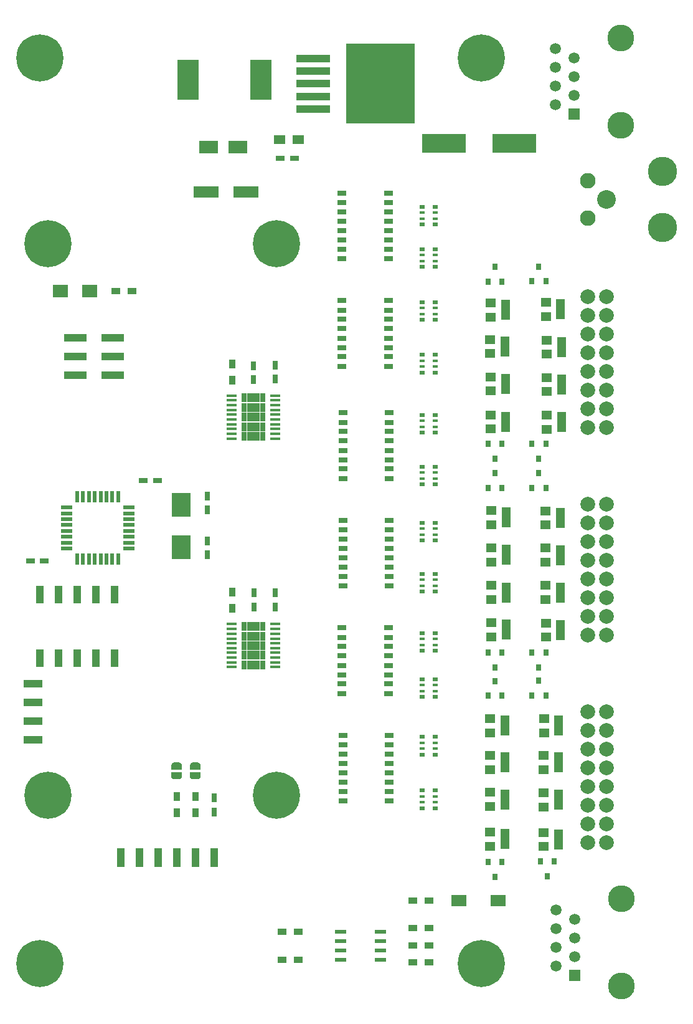
<source format=gbr>
G04 #@! TF.GenerationSoftware,KiCad,Pcbnew,(5.1.8)-1*
G04 #@! TF.CreationDate,2022-01-31T17:06:36-05:00*
G04 #@! TF.ProjectId,ElectromagnetController_V3,456c6563-7472-46f6-9d61-676e6574436f,rev?*
G04 #@! TF.SameCoordinates,Original*
G04 #@! TF.FileFunction,Soldermask,Top*
G04 #@! TF.FilePolarity,Negative*
%FSLAX46Y46*%
G04 Gerber Fmt 4.6, Leading zero omitted, Abs format (unit mm)*
G04 Created by KiCad (PCBNEW (5.1.8)-1) date 2022-01-31 17:06:36*
%MOMM*%
%LPD*%
G01*
G04 APERTURE LIST*
%ADD10R,2.500000X1.800000*%
%ADD11R,1.400000X1.200000*%
%ADD12R,1.300000X2.800000*%
%ADD13R,6.000000X2.500000*%
%ADD14R,4.600000X1.100000*%
%ADD15R,9.400000X10.800000*%
%ADD16R,2.900000X5.400000*%
%ADD17R,1.200000X0.750000*%
%ADD18R,3.500000X1.600000*%
%ADD19R,0.800000X0.900000*%
%ADD20C,2.000000*%
%ADD21R,0.800000X0.500000*%
%ADD22R,0.800000X0.400000*%
%ADD23R,1.300000X0.800000*%
%ADD24C,3.650000*%
%ADD25R,1.500000X1.500000*%
%ADD26C,1.500000*%
%ADD27R,1.000000X2.500000*%
%ADD28R,0.900000X1.200000*%
%ADD29C,0.100000*%
%ADD30R,2.500000X1.000000*%
%ADD31R,0.750000X1.200000*%
%ADD32R,3.150000X1.000000*%
%ADD33R,1.120000X2.440000*%
%ADD34R,1.200000X0.900000*%
%ADD35R,2.000000X1.700000*%
%ADD36R,1.600000X0.550000*%
%ADD37R,0.550000X1.600000*%
%ADD38R,1.500000X1.250000*%
%ADD39C,6.400000*%
%ADD40C,2.108200*%
%ADD41C,3.987800*%
%ADD42C,2.540000*%
%ADD43R,0.800000X1.300000*%
%ADD44R,1.800000X1.300000*%
%ADD45R,1.450000X0.450000*%
%ADD46R,2.000000X1.600000*%
%ADD47R,2.500000X3.325000*%
%ADD48R,1.550000X0.600000*%
%ADD49C,0.800000*%
G04 APERTURE END LIST*
D10*
G04 #@! TO.C,D2*
X91916000Y-42164000D03*
X87916000Y-42164000D03*
G04 #@! TD*
D11*
G04 #@! TO.C,Q24*
X133493000Y-135237000D03*
X133493000Y-137137000D03*
D12*
X135493000Y-136187000D03*
G04 #@! TD*
D11*
G04 #@! TO.C,Q23*
X126224000Y-135194000D03*
X126224000Y-137094000D03*
D12*
X128224000Y-136144000D03*
G04 #@! TD*
D11*
G04 #@! TO.C,Q22*
X133493000Y-129860000D03*
X133493000Y-131760000D03*
D12*
X135493000Y-130810000D03*
G04 #@! TD*
D11*
G04 #@! TO.C,Q21*
X133493000Y-124780000D03*
X133493000Y-126680000D03*
D12*
X135493000Y-125730000D03*
G04 #@! TD*
D11*
G04 #@! TO.C,Q20*
X126224000Y-124780000D03*
X126224000Y-126680000D03*
D12*
X128224000Y-125730000D03*
G04 #@! TD*
D11*
G04 #@! TO.C,Q19*
X133523000Y-119784000D03*
X133523000Y-121684000D03*
D12*
X135523000Y-120734000D03*
G04 #@! TD*
D11*
G04 #@! TO.C,Q18*
X126224000Y-119784000D03*
X126224000Y-121684000D03*
D12*
X128224000Y-120734000D03*
G04 #@! TD*
D11*
G04 #@! TO.C,Q17*
X126224000Y-129796500D03*
X126224000Y-131696500D03*
D12*
X128224000Y-130746500D03*
G04 #@! TD*
D11*
G04 #@! TO.C,Q16*
X133777000Y-106789000D03*
X133777000Y-108689000D03*
D12*
X135777000Y-107739000D03*
G04 #@! TD*
D11*
G04 #@! TO.C,Q15*
X126351000Y-106746000D03*
X126351000Y-108646000D03*
D12*
X128351000Y-107696000D03*
G04 #@! TD*
D11*
G04 #@! TO.C,Q14*
X133713500Y-101686500D03*
X133713500Y-103586500D03*
D12*
X135713500Y-102636500D03*
G04 #@! TD*
D11*
G04 #@! TO.C,Q13*
X126347500Y-101686500D03*
X126347500Y-103586500D03*
D12*
X128347500Y-102636500D03*
G04 #@! TD*
D11*
G04 #@! TO.C,Q12*
X133713500Y-96606500D03*
X133713500Y-98506500D03*
D12*
X135713500Y-97556500D03*
G04 #@! TD*
D11*
G04 #@! TO.C,Q11*
X126347500Y-96586000D03*
X126347500Y-98486000D03*
D12*
X128347500Y-97536000D03*
G04 #@! TD*
D11*
G04 #@! TO.C,Q10*
X133713500Y-91569500D03*
X133713500Y-93469500D03*
D12*
X135713500Y-92519500D03*
G04 #@! TD*
D11*
G04 #@! TO.C,Q9*
X126351000Y-91506000D03*
X126351000Y-93406000D03*
D12*
X128351000Y-92456000D03*
G04 #@! TD*
D11*
G04 #@! TO.C,Q8*
X133904000Y-78552000D03*
X133904000Y-80452000D03*
D12*
X135904000Y-79502000D03*
G04 #@! TD*
D11*
G04 #@! TO.C,Q7*
X126284000Y-78509000D03*
X126284000Y-80409000D03*
D12*
X128284000Y-79459000D03*
G04 #@! TD*
D11*
G04 #@! TO.C,Q6*
X133904000Y-73429000D03*
X133904000Y-75329000D03*
D12*
X135904000Y-74379000D03*
G04 #@! TD*
D11*
G04 #@! TO.C,Q5*
X126284000Y-73345000D03*
X126284000Y-75245000D03*
D12*
X128284000Y-74295000D03*
G04 #@! TD*
D11*
G04 #@! TO.C,Q4*
X133904000Y-68349000D03*
X133904000Y-70249000D03*
D12*
X135904000Y-69299000D03*
G04 #@! TD*
D11*
G04 #@! TO.C,Q3*
X126224000Y-68265000D03*
X126224000Y-70165000D03*
D12*
X128224000Y-69215000D03*
G04 #@! TD*
D11*
G04 #@! TO.C,Q2*
X133777000Y-63228000D03*
X133777000Y-65128000D03*
D12*
X135777000Y-64178000D03*
G04 #@! TD*
D11*
G04 #@! TO.C,Q1*
X126270000Y-63312000D03*
X126270000Y-65212000D03*
D12*
X128270000Y-64262000D03*
G04 #@! TD*
D13*
G04 #@! TO.C,C6*
X129514000Y-41656000D03*
X119914000Y-41656000D03*
G04 #@! TD*
D14*
G04 #@! TO.C,U8*
X102102000Y-30128000D03*
X102102000Y-31828000D03*
X102102000Y-33528000D03*
X102102000Y-35228000D03*
X102102000Y-36928000D03*
D15*
X111252000Y-33528000D03*
G04 #@! TD*
D16*
G04 #@! TO.C,L1*
X94996000Y-33020000D03*
X85096000Y-33020000D03*
G04 #@! TD*
D17*
G04 #@! TO.C,C8*
X97668000Y-43688000D03*
X99568000Y-43688000D03*
G04 #@! TD*
D18*
G04 #@! TO.C,C7*
X87564000Y-48260000D03*
X92964000Y-48260000D03*
G04 #@! TD*
D19*
G04 #@! TO.C,D14*
X131876800Y-88417400D03*
X133776800Y-88417400D03*
X132826800Y-86417400D03*
G04 #@! TD*
G04 #@! TO.C,D13*
X125897600Y-88442800D03*
X127797600Y-88442800D03*
X126847600Y-86442800D03*
G04 #@! TD*
G04 #@! TO.C,D12*
X125897600Y-116646200D03*
X127797600Y-116646200D03*
X126847600Y-114646200D03*
G04 #@! TD*
G04 #@! TO.C,D11*
X131876800Y-116630200D03*
X133776800Y-116630200D03*
X132826800Y-114630200D03*
G04 #@! TD*
G04 #@! TO.C,D10*
X134945200Y-139192000D03*
X133045200Y-139192000D03*
X133995200Y-141192000D03*
G04 #@! TD*
G04 #@! TO.C,D9*
X127797600Y-139242800D03*
X125897600Y-139242800D03*
X126847600Y-141242800D03*
G04 #@! TD*
G04 #@! TO.C,D8*
X127797600Y-110820200D03*
X125897600Y-110820200D03*
X126847600Y-112820200D03*
G04 #@! TD*
G04 #@! TO.C,D7*
X133776800Y-110794800D03*
X131876800Y-110794800D03*
X132826800Y-112794800D03*
G04 #@! TD*
G04 #@! TO.C,D6*
X127797600Y-82448400D03*
X125897600Y-82448400D03*
X126847600Y-84448400D03*
G04 #@! TD*
G04 #@! TO.C,D5*
X133776800Y-82448400D03*
X131876800Y-82448400D03*
X132826800Y-84448400D03*
G04 #@! TD*
G04 #@! TO.C,D4*
X131876800Y-60350400D03*
X133776800Y-60350400D03*
X132826800Y-58350400D03*
G04 #@! TD*
G04 #@! TO.C,D3*
X125923000Y-60410600D03*
X127823000Y-60410600D03*
X126873000Y-58410600D03*
G04 #@! TD*
D17*
G04 #@! TO.C,C15*
X80949800Y-87452200D03*
X79049800Y-87452200D03*
G04 #@! TD*
G04 #@! TO.C,C14*
X63682800Y-98374200D03*
X65582800Y-98374200D03*
G04 #@! TD*
D20*
G04 #@! TO.C,J9*
X141986000Y-136652000D03*
X139446000Y-136652000D03*
X141986000Y-134112000D03*
X139446000Y-134112000D03*
X141986000Y-131572000D03*
X139446000Y-131572000D03*
X141986000Y-129032000D03*
X139446000Y-129032000D03*
X141986000Y-126492000D03*
X139446000Y-126492000D03*
X141986000Y-123952000D03*
X139446000Y-123952000D03*
X141986000Y-121412000D03*
X139446000Y-121412000D03*
X141986000Y-118872000D03*
X139446000Y-118872000D03*
G04 #@! TD*
G04 #@! TO.C,J8*
X141986000Y-108458000D03*
X139446000Y-108458000D03*
X141986000Y-105918000D03*
X139446000Y-105918000D03*
X141986000Y-103378000D03*
X139446000Y-103378000D03*
X141986000Y-100838000D03*
X139446000Y-100838000D03*
X141986000Y-98298000D03*
X139446000Y-98298000D03*
X141986000Y-95758000D03*
X139446000Y-95758000D03*
X141986000Y-93218000D03*
X139446000Y-93218000D03*
X141986000Y-90678000D03*
X139446000Y-90678000D03*
G04 #@! TD*
G04 #@! TO.C,J1*
X141986000Y-80200500D03*
X139446000Y-80200500D03*
X141986000Y-77660500D03*
X139446000Y-77660500D03*
X141986000Y-75120500D03*
X139446000Y-75120500D03*
X141986000Y-72580500D03*
X139446000Y-72580500D03*
X141986000Y-70040500D03*
X139446000Y-70040500D03*
X141986000Y-67500500D03*
X139446000Y-67500500D03*
X141986000Y-64960500D03*
X139446000Y-64960500D03*
X141986000Y-62420500D03*
X139446000Y-62420500D03*
G04 #@! TD*
D21*
G04 #@! TO.C,RN11*
X116967000Y-122244000D03*
D22*
X116967000Y-123844000D03*
X116967000Y-123044000D03*
D21*
X116967000Y-124644000D03*
D22*
X118767000Y-123044000D03*
D21*
X118767000Y-122244000D03*
D22*
X118767000Y-123844000D03*
D21*
X118767000Y-124644000D03*
G04 #@! TD*
G04 #@! TO.C,RN12*
X116967000Y-129540000D03*
D22*
X116967000Y-131140000D03*
X116967000Y-130340000D03*
D21*
X116967000Y-131940000D03*
D22*
X118767000Y-130340000D03*
D21*
X118767000Y-129540000D03*
D22*
X118767000Y-131140000D03*
D21*
X118767000Y-131940000D03*
G04 #@! TD*
D23*
G04 #@! TO.C,U11*
X106197000Y-122042000D03*
X106197000Y-123322000D03*
X106197000Y-124582000D03*
X106197000Y-125852000D03*
X106197000Y-127132000D03*
X106197000Y-128402000D03*
X106197000Y-129662000D03*
X106197000Y-130942000D03*
X112497000Y-130942000D03*
X112497000Y-129662000D03*
X112497000Y-128402000D03*
X112497000Y-127132000D03*
X112497000Y-125852000D03*
X112497000Y-124582000D03*
X112497000Y-123322000D03*
X112497000Y-122042000D03*
G04 #@! TD*
G04 #@! TO.C,U9*
X106070000Y-107437000D03*
X106070000Y-108717000D03*
X106070000Y-109977000D03*
X106070000Y-111247000D03*
X106070000Y-112527000D03*
X106070000Y-113797000D03*
X106070000Y-115057000D03*
X106070000Y-116337000D03*
X112370000Y-116337000D03*
X112370000Y-115057000D03*
X112370000Y-113797000D03*
X112370000Y-112527000D03*
X112370000Y-111247000D03*
X112370000Y-109977000D03*
X112370000Y-108717000D03*
X112370000Y-107437000D03*
G04 #@! TD*
G04 #@! TO.C,U7*
X106070000Y-48382000D03*
X106070000Y-49662000D03*
X106070000Y-50922000D03*
X106070000Y-52192000D03*
X106070000Y-53472000D03*
X106070000Y-54742000D03*
X106070000Y-56002000D03*
X106070000Y-57282000D03*
X112370000Y-57282000D03*
X112370000Y-56002000D03*
X112370000Y-54742000D03*
X112370000Y-53472000D03*
X112370000Y-52192000D03*
X112370000Y-50922000D03*
X112370000Y-49662000D03*
X112370000Y-48382000D03*
G04 #@! TD*
G04 #@! TO.C,U5*
X106197000Y-92832000D03*
X106197000Y-94112000D03*
X106197000Y-95372000D03*
X106197000Y-96642000D03*
X106197000Y-97922000D03*
X106197000Y-99192000D03*
X106197000Y-100452000D03*
X106197000Y-101732000D03*
X112497000Y-101732000D03*
X112497000Y-100452000D03*
X112497000Y-99192000D03*
X112497000Y-97922000D03*
X112497000Y-96642000D03*
X112497000Y-95372000D03*
X112497000Y-94112000D03*
X112497000Y-92832000D03*
G04 #@! TD*
G04 #@! TO.C,U4*
X106197000Y-78227000D03*
X106197000Y-79507000D03*
X106197000Y-80767000D03*
X106197000Y-82037000D03*
X106197000Y-83317000D03*
X106197000Y-84587000D03*
X106197000Y-85847000D03*
X106197000Y-87127000D03*
X112497000Y-87127000D03*
X112497000Y-85847000D03*
X112497000Y-84587000D03*
X112497000Y-83317000D03*
X112497000Y-82037000D03*
X112497000Y-80767000D03*
X112497000Y-79507000D03*
X112497000Y-78227000D03*
G04 #@! TD*
G04 #@! TO.C,U3*
X106070000Y-62987000D03*
X106070000Y-64267000D03*
X106070000Y-65527000D03*
X106070000Y-66797000D03*
X106070000Y-68077000D03*
X106070000Y-69347000D03*
X106070000Y-70607000D03*
X106070000Y-71887000D03*
X112370000Y-71887000D03*
X112370000Y-70607000D03*
X112370000Y-69347000D03*
X112370000Y-68077000D03*
X112370000Y-66797000D03*
X112370000Y-65527000D03*
X112370000Y-64267000D03*
X112370000Y-62987000D03*
G04 #@! TD*
D24*
G04 #@! TO.C,J2*
X144018000Y-144242500D03*
X144018000Y-156112500D03*
D25*
X137668000Y-154622500D03*
D26*
X135128000Y-153352500D03*
X137668000Y-152082500D03*
X135128000Y-150812500D03*
X137668000Y-149542500D03*
X135128000Y-148272500D03*
X137668000Y-147002500D03*
X135128000Y-145732500D03*
G04 #@! TD*
D27*
G04 #@! TO.C,J5*
X75946000Y-138684000D03*
X78486000Y-138684000D03*
X81026000Y-138684000D03*
X83566000Y-138684000D03*
X86106000Y-138684000D03*
X88646000Y-138684000D03*
G04 #@! TD*
D28*
G04 #@! TO.C,R11*
X86106000Y-132588000D03*
X86106000Y-130388000D03*
G04 #@! TD*
G04 #@! TO.C,R10*
X83566000Y-132588000D03*
X83566000Y-130388000D03*
G04 #@! TD*
D29*
G04 #@! TO.C,JP2*
G36*
X85356602Y-126208000D02*
G01*
X85356602Y-126183466D01*
X85361412Y-126134635D01*
X85370984Y-126086510D01*
X85385228Y-126039555D01*
X85404005Y-125994222D01*
X85427136Y-125950949D01*
X85454396Y-125910150D01*
X85485524Y-125872221D01*
X85520221Y-125837524D01*
X85558150Y-125806396D01*
X85598949Y-125779136D01*
X85642222Y-125756005D01*
X85687555Y-125737228D01*
X85734510Y-125722984D01*
X85782635Y-125713412D01*
X85831466Y-125708602D01*
X85856000Y-125708602D01*
X85856000Y-125708000D01*
X86356000Y-125708000D01*
X86356000Y-125708602D01*
X86380534Y-125708602D01*
X86429365Y-125713412D01*
X86477490Y-125722984D01*
X86524445Y-125737228D01*
X86569778Y-125756005D01*
X86613051Y-125779136D01*
X86653850Y-125806396D01*
X86691779Y-125837524D01*
X86726476Y-125872221D01*
X86757604Y-125910150D01*
X86784864Y-125950949D01*
X86807995Y-125994222D01*
X86826772Y-126039555D01*
X86841016Y-126086510D01*
X86850588Y-126134635D01*
X86855398Y-126183466D01*
X86855398Y-126208000D01*
X86856000Y-126208000D01*
X86856000Y-126708000D01*
X85356000Y-126708000D01*
X85356000Y-126208000D01*
X85356602Y-126208000D01*
G37*
G36*
X86856000Y-127008000D02*
G01*
X86856000Y-127508000D01*
X86855398Y-127508000D01*
X86855398Y-127532534D01*
X86850588Y-127581365D01*
X86841016Y-127629490D01*
X86826772Y-127676445D01*
X86807995Y-127721778D01*
X86784864Y-127765051D01*
X86757604Y-127805850D01*
X86726476Y-127843779D01*
X86691779Y-127878476D01*
X86653850Y-127909604D01*
X86613051Y-127936864D01*
X86569778Y-127959995D01*
X86524445Y-127978772D01*
X86477490Y-127993016D01*
X86429365Y-128002588D01*
X86380534Y-128007398D01*
X86356000Y-128007398D01*
X86356000Y-128008000D01*
X85856000Y-128008000D01*
X85856000Y-128007398D01*
X85831466Y-128007398D01*
X85782635Y-128002588D01*
X85734510Y-127993016D01*
X85687555Y-127978772D01*
X85642222Y-127959995D01*
X85598949Y-127936864D01*
X85558150Y-127909604D01*
X85520221Y-127878476D01*
X85485524Y-127843779D01*
X85454396Y-127805850D01*
X85427136Y-127765051D01*
X85404005Y-127721778D01*
X85385228Y-127676445D01*
X85370984Y-127629490D01*
X85361412Y-127581365D01*
X85356602Y-127532534D01*
X85356602Y-127508000D01*
X85356000Y-127508000D01*
X85356000Y-127008000D01*
X86856000Y-127008000D01*
G37*
G04 #@! TD*
G04 #@! TO.C,JP1*
G36*
X82816602Y-126208000D02*
G01*
X82816602Y-126183466D01*
X82821412Y-126134635D01*
X82830984Y-126086510D01*
X82845228Y-126039555D01*
X82864005Y-125994222D01*
X82887136Y-125950949D01*
X82914396Y-125910150D01*
X82945524Y-125872221D01*
X82980221Y-125837524D01*
X83018150Y-125806396D01*
X83058949Y-125779136D01*
X83102222Y-125756005D01*
X83147555Y-125737228D01*
X83194510Y-125722984D01*
X83242635Y-125713412D01*
X83291466Y-125708602D01*
X83316000Y-125708602D01*
X83316000Y-125708000D01*
X83816000Y-125708000D01*
X83816000Y-125708602D01*
X83840534Y-125708602D01*
X83889365Y-125713412D01*
X83937490Y-125722984D01*
X83984445Y-125737228D01*
X84029778Y-125756005D01*
X84073051Y-125779136D01*
X84113850Y-125806396D01*
X84151779Y-125837524D01*
X84186476Y-125872221D01*
X84217604Y-125910150D01*
X84244864Y-125950949D01*
X84267995Y-125994222D01*
X84286772Y-126039555D01*
X84301016Y-126086510D01*
X84310588Y-126134635D01*
X84315398Y-126183466D01*
X84315398Y-126208000D01*
X84316000Y-126208000D01*
X84316000Y-126708000D01*
X82816000Y-126708000D01*
X82816000Y-126208000D01*
X82816602Y-126208000D01*
G37*
G36*
X84316000Y-127008000D02*
G01*
X84316000Y-127508000D01*
X84315398Y-127508000D01*
X84315398Y-127532534D01*
X84310588Y-127581365D01*
X84301016Y-127629490D01*
X84286772Y-127676445D01*
X84267995Y-127721778D01*
X84244864Y-127765051D01*
X84217604Y-127805850D01*
X84186476Y-127843779D01*
X84151779Y-127878476D01*
X84113850Y-127909604D01*
X84073051Y-127936864D01*
X84029778Y-127959995D01*
X83984445Y-127978772D01*
X83937490Y-127993016D01*
X83889365Y-128002588D01*
X83840534Y-128007398D01*
X83816000Y-128007398D01*
X83816000Y-128008000D01*
X83316000Y-128008000D01*
X83316000Y-128007398D01*
X83291466Y-128007398D01*
X83242635Y-128002588D01*
X83194510Y-127993016D01*
X83147555Y-127978772D01*
X83102222Y-127959995D01*
X83058949Y-127936864D01*
X83018150Y-127909604D01*
X82980221Y-127878476D01*
X82945524Y-127843779D01*
X82914396Y-127805850D01*
X82887136Y-127765051D01*
X82864005Y-127721778D01*
X82845228Y-127676445D01*
X82830984Y-127629490D01*
X82821412Y-127581365D01*
X82816602Y-127532534D01*
X82816602Y-127508000D01*
X82816000Y-127508000D01*
X82816000Y-127008000D01*
X84316000Y-127008000D01*
G37*
G04 #@! TD*
D30*
G04 #@! TO.C,J7*
X64008000Y-122682000D03*
X64008000Y-120142000D03*
X64008000Y-117602000D03*
X64008000Y-115062000D03*
G04 #@! TD*
D21*
G04 #@! TO.C,RN10*
X116967000Y-114433500D03*
D22*
X116967000Y-116033500D03*
X116967000Y-115233500D03*
D21*
X116967000Y-116833500D03*
D22*
X118767000Y-115233500D03*
D21*
X118767000Y-114433500D03*
D22*
X118767000Y-116033500D03*
D21*
X118767000Y-116833500D03*
G04 #@! TD*
G04 #@! TO.C,RN9*
X116967000Y-108164604D03*
D22*
X116967000Y-109764604D03*
X116967000Y-108964604D03*
D21*
X116967000Y-110564604D03*
D22*
X118767000Y-108964604D03*
D21*
X118767000Y-108164604D03*
D22*
X118767000Y-109764604D03*
D21*
X118767000Y-110564604D03*
G04 #@! TD*
G04 #@! TO.C,RN8*
X116967000Y-100101500D03*
D22*
X116967000Y-101701500D03*
X116967000Y-100901500D03*
D21*
X116967000Y-102501500D03*
D22*
X118767000Y-100901500D03*
D21*
X118767000Y-100101500D03*
D22*
X118767000Y-101701500D03*
D21*
X118767000Y-102501500D03*
G04 #@! TD*
G04 #@! TO.C,RN7*
X116967000Y-93154500D03*
D22*
X116967000Y-94754500D03*
X116967000Y-93954500D03*
D21*
X116967000Y-95554500D03*
D22*
X118767000Y-93954500D03*
D21*
X118767000Y-93154500D03*
D22*
X118767000Y-94754500D03*
D21*
X118767000Y-95554500D03*
G04 #@! TD*
G04 #@! TO.C,RN6*
X116967000Y-85547940D03*
D22*
X116967000Y-87147940D03*
X116967000Y-86347940D03*
D21*
X116967000Y-87947940D03*
D22*
X118767000Y-86347940D03*
D21*
X118767000Y-85547940D03*
D22*
X118767000Y-87147940D03*
D21*
X118767000Y-87947940D03*
G04 #@! TD*
G04 #@! TO.C,RN5*
X116967000Y-78511500D03*
D22*
X116967000Y-80111500D03*
X116967000Y-79311500D03*
D21*
X116967000Y-80911500D03*
D22*
X118767000Y-79311500D03*
D21*
X118767000Y-78511500D03*
D22*
X118767000Y-80111500D03*
D21*
X118767000Y-80911500D03*
G04 #@! TD*
G04 #@! TO.C,RN4*
X116967000Y-70345500D03*
D22*
X116967000Y-71945500D03*
X116967000Y-71145500D03*
D21*
X116967000Y-72745500D03*
D22*
X118767000Y-71145500D03*
D21*
X118767000Y-70345500D03*
D22*
X118767000Y-71945500D03*
D21*
X118767000Y-72745500D03*
G04 #@! TD*
G04 #@! TO.C,RN3*
X116967000Y-63182500D03*
D22*
X116967000Y-64782500D03*
X116967000Y-63982500D03*
D21*
X116967000Y-65582500D03*
D22*
X118767000Y-63982500D03*
D21*
X118767000Y-63182500D03*
D22*
X118767000Y-64782500D03*
D21*
X118767000Y-65582500D03*
G04 #@! TD*
G04 #@! TO.C,RN2*
X116967000Y-55994500D03*
D22*
X116967000Y-57594500D03*
X116967000Y-56794500D03*
D21*
X116967000Y-58394500D03*
D22*
X118767000Y-56794500D03*
D21*
X118767000Y-55994500D03*
D22*
X118767000Y-57594500D03*
D21*
X118767000Y-58394500D03*
G04 #@! TD*
G04 #@! TO.C,RN1*
X116967000Y-50228500D03*
D22*
X116967000Y-51828500D03*
X116967000Y-51028500D03*
D21*
X116967000Y-52628500D03*
D22*
X118767000Y-51028500D03*
D21*
X118767000Y-50228500D03*
D22*
X118767000Y-51828500D03*
D21*
X118767000Y-52628500D03*
G04 #@! TD*
D31*
G04 #@! TO.C,C13*
X93980000Y-71823500D03*
X93980000Y-73723500D03*
G04 #@! TD*
G04 #@! TO.C,C9*
X94107000Y-102679500D03*
X94107000Y-104579500D03*
G04 #@! TD*
D32*
G04 #@! TO.C,J4*
X69801500Y-68008500D03*
X74851500Y-68008500D03*
X69801500Y-70548500D03*
X74851500Y-70548500D03*
X69801500Y-73088500D03*
X74851500Y-73088500D03*
G04 #@! TD*
D33*
G04 #@! TO.C,SW2*
X75120500Y-102946500D03*
X64960500Y-111556500D03*
X72580500Y-102946500D03*
X67500500Y-111556500D03*
X70040500Y-102946500D03*
X70040500Y-111556500D03*
X67500500Y-102946500D03*
X72580500Y-111556500D03*
X64960500Y-102946500D03*
X75120500Y-111556500D03*
G04 #@! TD*
D34*
G04 #@! TO.C,R9*
X75270000Y-61658500D03*
X77470000Y-61658500D03*
G04 #@! TD*
D35*
G04 #@! TO.C,D1*
X71786500Y-61658500D03*
X67786500Y-61658500D03*
G04 #@! TD*
D36*
G04 #@! TO.C,U1*
X77080000Y-96672000D03*
X77080000Y-95872000D03*
X77080000Y-95072000D03*
X77080000Y-94272000D03*
X77080000Y-93472000D03*
X77080000Y-92672000D03*
X77080000Y-91872000D03*
X77080000Y-91072000D03*
D37*
X75630000Y-89622000D03*
X74830000Y-89622000D03*
X74030000Y-89622000D03*
X73230000Y-89622000D03*
X72430000Y-89622000D03*
X71630000Y-89622000D03*
X70830000Y-89622000D03*
X70030000Y-89622000D03*
D36*
X68580000Y-91072000D03*
X68580000Y-91872000D03*
X68580000Y-92672000D03*
X68580000Y-93472000D03*
X68580000Y-94272000D03*
X68580000Y-95072000D03*
X68580000Y-95872000D03*
X68580000Y-96672000D03*
D37*
X70030000Y-98122000D03*
X70830000Y-98122000D03*
X71630000Y-98122000D03*
X72430000Y-98122000D03*
X73230000Y-98122000D03*
X74030000Y-98122000D03*
X74830000Y-98122000D03*
X75630000Y-98122000D03*
G04 #@! TD*
D38*
G04 #@! TO.C,C12*
X100076000Y-41148000D03*
X97576000Y-41148000D03*
G04 #@! TD*
D39*
G04 #@! TO.C,H8*
X97155000Y-130175000D03*
G04 #@! TD*
G04 #@! TO.C,H7*
X97155000Y-55245000D03*
G04 #@! TD*
G04 #@! TO.C,H6*
X66040000Y-130175000D03*
G04 #@! TD*
G04 #@! TO.C,H5*
X66040000Y-55245000D03*
G04 #@! TD*
D40*
G04 #@! TO.C,J3*
X139446000Y-46736000D03*
X139446000Y-51816000D03*
D41*
X149606000Y-45466000D03*
X149606000Y-53086000D03*
D42*
X141986000Y-49276000D03*
G04 #@! TD*
D43*
G04 #@! TO.C,U6*
X95310000Y-107255000D03*
D44*
X94010000Y-112455000D03*
X94010000Y-111155000D03*
X94010000Y-107255000D03*
X94010000Y-108555000D03*
D45*
X91060000Y-106935000D03*
X91060000Y-107585000D03*
X91060000Y-108235000D03*
X91060000Y-108885000D03*
X91060000Y-109525000D03*
X91060000Y-110185000D03*
X91060000Y-110825000D03*
X91060000Y-111475000D03*
X91060000Y-112125000D03*
X91060000Y-112775000D03*
X96960000Y-112775000D03*
X96960000Y-112125000D03*
X96960000Y-111475000D03*
X96960000Y-110825000D03*
X96960000Y-110185000D03*
X96960000Y-109525000D03*
X96960000Y-108885000D03*
X96960000Y-108235000D03*
X96960000Y-107585000D03*
X96960000Y-106935000D03*
D44*
X94010000Y-109855000D03*
D43*
X92710000Y-107255000D03*
X92710000Y-108555000D03*
X92710000Y-109855000D03*
X92710000Y-111155000D03*
X92710000Y-112455000D03*
X95310000Y-112455000D03*
X95310000Y-111155000D03*
X95310000Y-109855000D03*
X95310000Y-108555000D03*
G04 #@! TD*
G04 #@! TO.C,U2*
X95310000Y-76200000D03*
D44*
X94010000Y-81400000D03*
X94010000Y-80100000D03*
X94010000Y-76200000D03*
X94010000Y-77500000D03*
D45*
X91060000Y-75880000D03*
X91060000Y-76530000D03*
X91060000Y-77180000D03*
X91060000Y-77830000D03*
X91060000Y-78470000D03*
X91060000Y-79130000D03*
X91060000Y-79770000D03*
X91060000Y-80420000D03*
X91060000Y-81070000D03*
X91060000Y-81720000D03*
X96960000Y-81720000D03*
X96960000Y-81070000D03*
X96960000Y-80420000D03*
X96960000Y-79770000D03*
X96960000Y-79130000D03*
X96960000Y-78470000D03*
X96960000Y-77830000D03*
X96960000Y-77180000D03*
X96960000Y-76530000D03*
X96960000Y-75880000D03*
D44*
X94010000Y-78800000D03*
D43*
X92710000Y-76200000D03*
X92710000Y-77500000D03*
X92710000Y-78800000D03*
X92710000Y-80100000D03*
X92710000Y-81400000D03*
X95310000Y-81400000D03*
X95310000Y-80100000D03*
X95310000Y-78800000D03*
X95310000Y-77500000D03*
G04 #@! TD*
D46*
G04 #@! TO.C,SW1*
X127320000Y-144526000D03*
X121920000Y-144526000D03*
G04 #@! TD*
D28*
G04 #@! TO.C,R8*
X91122500Y-102595500D03*
X91122500Y-104795500D03*
G04 #@! TD*
G04 #@! TO.C,R7*
X91122500Y-71564500D03*
X91122500Y-73764500D03*
G04 #@! TD*
D34*
G04 #@! TO.C,R6*
X115656000Y-148209000D03*
X117856000Y-148209000D03*
G04 #@! TD*
G04 #@! TO.C,R5*
X115697000Y-150622000D03*
X117897000Y-150622000D03*
G04 #@! TD*
G04 #@! TO.C,R4*
X117897000Y-152908000D03*
X115697000Y-152908000D03*
G04 #@! TD*
G04 #@! TO.C,R3*
X97876000Y-152527000D03*
X100076000Y-152527000D03*
G04 #@! TD*
G04 #@! TO.C,R2*
X97876000Y-148717000D03*
X100076000Y-148717000D03*
G04 #@! TD*
G04 #@! TO.C,R1*
X115656000Y-144526000D03*
X117856000Y-144526000D03*
G04 #@! TD*
D24*
G04 #@! TO.C,J6*
X143954500Y-27275500D03*
X143954500Y-39145500D03*
D25*
X137604500Y-37655500D03*
D26*
X135064500Y-36385500D03*
X137604500Y-35115500D03*
X135064500Y-33845500D03*
X137604500Y-32575500D03*
X135064500Y-31305500D03*
X137604500Y-30035500D03*
X135064500Y-28765500D03*
G04 #@! TD*
D31*
G04 #@! TO.C,C5*
X96964500Y-102679500D03*
X96964500Y-104579500D03*
G04 #@! TD*
G04 #@! TO.C,C4*
X96964500Y-71760000D03*
X96964500Y-73660000D03*
G04 #@! TD*
G04 #@! TO.C,C3*
X88646000Y-132456000D03*
X88646000Y-130556000D03*
G04 #@! TD*
D47*
G04 #@! TO.C,Y1*
X84201000Y-96511500D03*
X84201000Y-90686500D03*
G04 #@! TD*
D48*
G04 #@! TO.C,U10*
X105852000Y-148717000D03*
X105852000Y-149987000D03*
X105852000Y-151257000D03*
X105852000Y-152527000D03*
X111252000Y-152527000D03*
X111252000Y-151257000D03*
X111252000Y-149987000D03*
X111252000Y-148717000D03*
G04 #@! TD*
D31*
G04 #@! TO.C,C2*
X87757000Y-91435000D03*
X87757000Y-89535000D03*
G04 #@! TD*
G04 #@! TO.C,C1*
X87757000Y-95631000D03*
X87757000Y-97531000D03*
G04 #@! TD*
D39*
G04 #@! TO.C,H4*
X125000000Y-153000000D03*
D49*
X127400000Y-153000000D03*
X126697056Y-154697056D03*
X125000000Y-155400000D03*
X123302944Y-154697056D03*
X122600000Y-153000000D03*
X123302944Y-151302944D03*
X125000000Y-150600000D03*
X126697056Y-151302944D03*
G04 #@! TD*
D39*
G04 #@! TO.C,H3*
X125000000Y-30000000D03*
D49*
X127400000Y-30000000D03*
X126697056Y-31697056D03*
X125000000Y-32400000D03*
X123302944Y-31697056D03*
X122600000Y-30000000D03*
X123302944Y-28302944D03*
X125000000Y-27600000D03*
X126697056Y-28302944D03*
G04 #@! TD*
D39*
G04 #@! TO.C,H2*
X65000000Y-153000000D03*
D49*
X67400000Y-153000000D03*
X66697056Y-154697056D03*
X65000000Y-155400000D03*
X63302944Y-154697056D03*
X62600000Y-153000000D03*
X63302944Y-151302944D03*
X65000000Y-150600000D03*
X66697056Y-151302944D03*
G04 #@! TD*
D39*
G04 #@! TO.C,H1*
X65000000Y-30000000D03*
D49*
X67400000Y-30000000D03*
X66697056Y-31697056D03*
X65000000Y-32400000D03*
X63302944Y-31697056D03*
X62600000Y-30000000D03*
X63302944Y-28302944D03*
X65000000Y-27600000D03*
X66697056Y-28302944D03*
G04 #@! TD*
M02*

</source>
